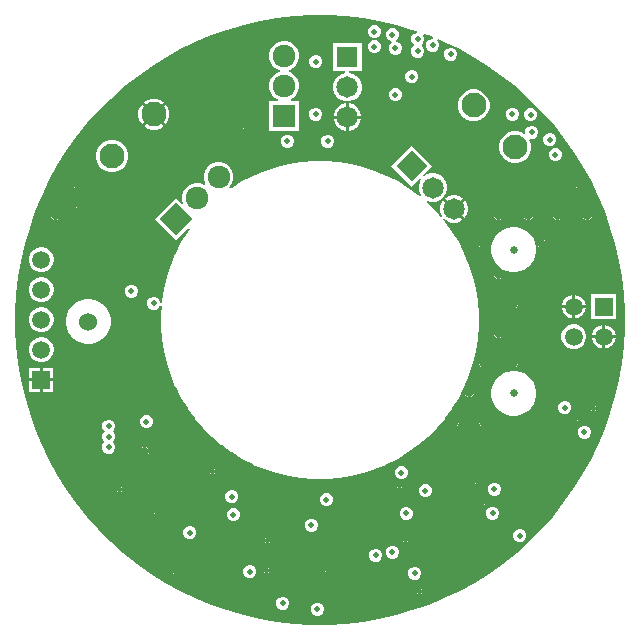
<source format=gbr>
%TF.GenerationSoftware,Altium Limited,Altium Designer,22.1.2 (22)*%
G04 Layer_Physical_Order=3*
G04 Layer_Color=16440176*
%FSLAX45Y45*%
%MOMM*%
%TF.SameCoordinates,A05C4332-DD78-49BD-A17D-671ED2E2A3CF*%
%TF.FilePolarity,Positive*%
%TF.FileFunction,Copper,L3,Inr,Signal*%
%TF.Part,Single*%
G01*
G75*
%TA.AperFunction,ComponentPad*%
%ADD33R,1.50000X1.50000*%
%ADD34C,1.50000*%
%ADD35C,1.92000*%
%ADD36P,2.71529X4X90.0*%
%ADD37C,0.65000*%
%ADD38R,1.50000X1.50000*%
%ADD39R,1.81500X1.81500*%
%ADD40C,1.81500*%
%ADD41R,1.92000X1.92000*%
%ADD42C,2.10000*%
%ADD43P,2.56680X4X360.0*%
%TA.AperFunction,ViaPad*%
%ADD44C,1.52400*%
%ADD45C,0.80000*%
%ADD46C,0.50000*%
G36*
X2829604Y5184193D02*
X2973444Y5167986D01*
X3116156Y5143738D01*
X3257281Y5111527D01*
X3396373Y5071455D01*
X3432540Y5058800D01*
X3430838Y5046656D01*
X3430587Y5046028D01*
X3410545Y5037727D01*
X3395073Y5022255D01*
X3386700Y5002040D01*
Y4980160D01*
X3395073Y4959945D01*
X3406727Y4948292D01*
X3409235Y4940300D01*
X3406727Y4932308D01*
X3395073Y4920655D01*
X3386700Y4900440D01*
Y4878560D01*
X3395073Y4858345D01*
X3410545Y4842873D01*
X3430760Y4834500D01*
X3452640D01*
X3472855Y4842873D01*
X3488327Y4858345D01*
X3496700Y4878560D01*
Y4900440D01*
X3488327Y4920655D01*
X3476673Y4932308D01*
X3474165Y4940300D01*
X3476673Y4948292D01*
X3488327Y4959945D01*
X3496700Y4980160D01*
Y5002040D01*
X3488327Y5022255D01*
X3482836Y5027746D01*
X3489766Y5038776D01*
X3533007Y5023645D01*
X3570778Y5008000D01*
X3568252Y4995300D01*
X3557760D01*
X3537545Y4986927D01*
X3522073Y4971455D01*
X3513700Y4951240D01*
Y4929360D01*
X3522073Y4909145D01*
X3537545Y4893673D01*
X3557760Y4885300D01*
X3579640D01*
X3599855Y4893673D01*
X3615327Y4909145D01*
X3623700Y4929360D01*
Y4951240D01*
X3615327Y4971455D01*
X3607907Y4978874D01*
X3615101Y4989641D01*
X3666742Y4968250D01*
X3797158Y4905445D01*
X3923849Y4835425D01*
X4046417Y4758411D01*
X4164471Y4674647D01*
X4277650Y4584391D01*
X4385577Y4487940D01*
X4487938Y4385580D01*
X4584393Y4277647D01*
X4674645Y4164474D01*
X4758410Y4046419D01*
X4835423Y3923854D01*
X4905445Y3797158D01*
X4968251Y3666741D01*
X5023645Y3533007D01*
X5071455Y3396374D01*
X5111527Y3257281D01*
X5143737Y3116157D01*
X5167986Y2973444D01*
X5184193Y2829605D01*
X5192309Y2685075D01*
Y2612700D01*
Y2540324D01*
X5184193Y2395795D01*
X5167986Y2251956D01*
X5143738Y2109243D01*
X5111527Y1968119D01*
X5071455Y1829027D01*
X5023645Y1692393D01*
X4968250Y1558657D01*
X4905445Y1428241D01*
X4835425Y1301550D01*
X4758411Y1178983D01*
X4674647Y1060929D01*
X4584391Y947750D01*
X4487940Y839822D01*
X4385580Y737461D01*
X4277647Y641007D01*
X4164474Y550754D01*
X4046419Y466990D01*
X3923854Y389977D01*
X3797158Y319955D01*
X3666741Y257149D01*
X3533007Y201754D01*
X3396374Y153945D01*
X3257281Y113872D01*
X3116157Y81662D01*
X2973444Y57414D01*
X2829605Y41207D01*
X2685075Y33091D01*
X2540324D01*
X2395795Y41207D01*
X2251956Y57414D01*
X2109243Y81662D01*
X1968119Y113872D01*
X1829027Y153944D01*
X1692393Y201754D01*
X1558657Y257150D01*
X1428241Y319955D01*
X1301550Y389974D01*
X1178983Y466988D01*
X1060929Y550752D01*
X947750Y641009D01*
X839822Y737459D01*
X737461Y839820D01*
X641007Y947753D01*
X550754Y1060925D01*
X466990Y1178980D01*
X389977Y1301545D01*
X319955Y1428241D01*
X257149Y1558659D01*
X201754Y1692393D01*
X153945Y1829025D01*
X113872Y1968119D01*
X81662Y2109242D01*
X57414Y2251956D01*
X41207Y2395795D01*
X33091Y2540324D01*
Y2612700D01*
Y2685075D01*
X41207Y2829605D01*
X57414Y2973444D01*
X81662Y3116156D01*
X113872Y3257281D01*
X153944Y3396373D01*
X201754Y3533007D01*
X257150Y3666742D01*
X319955Y3797158D01*
X389974Y3923849D01*
X466988Y4046417D01*
X550752Y4164471D01*
X641009Y4277650D01*
X737459Y4385577D01*
X839820Y4487938D01*
X947753Y4584393D01*
X1060925Y4674645D01*
X1178980Y4758410D01*
X1301545Y4835423D01*
X1428241Y4905445D01*
X1558659Y4968251D01*
X1692393Y5023645D01*
X1829025Y5071455D01*
X1968119Y5111527D01*
X2109242Y5143737D01*
X2251956Y5167986D01*
X2395795Y5184193D01*
X2540324Y5192309D01*
X2685075D01*
X2829604Y5184193D01*
D02*
G37*
%LPC*%
G36*
X3084340Y5109600D02*
X3062460D01*
X3042245Y5101227D01*
X3026773Y5085755D01*
X3018400Y5065540D01*
Y5043660D01*
X3026773Y5023445D01*
X3042245Y5007973D01*
X3062460Y4999600D01*
X3084340D01*
X3104555Y5007973D01*
X3120027Y5023445D01*
X3128400Y5043660D01*
Y5065540D01*
X3120027Y5085755D01*
X3104555Y5101227D01*
X3084340Y5109600D01*
D02*
G37*
G36*
Y4982600D02*
X3062460D01*
X3042245Y4974227D01*
X3026773Y4958755D01*
X3018400Y4938540D01*
Y4916660D01*
X3026773Y4896445D01*
X3042245Y4880973D01*
X3062460Y4872600D01*
X3084340D01*
X3104555Y4880973D01*
X3120027Y4896445D01*
X3128400Y4916660D01*
Y4938540D01*
X3120027Y4958755D01*
X3104555Y4974227D01*
X3084340Y4982600D01*
D02*
G37*
G36*
X3236740Y5084200D02*
X3214860D01*
X3194645Y5075827D01*
X3179173Y5060355D01*
X3170800Y5040140D01*
Y5018260D01*
X3179173Y4998045D01*
X3194645Y4982573D01*
X3214860Y4974200D01*
X3217455D01*
X3220018Y4961658D01*
X3220019Y4961500D01*
X3204573Y4946055D01*
X3196200Y4925840D01*
Y4903960D01*
X3204573Y4883745D01*
X3220045Y4868273D01*
X3240260Y4859900D01*
X3262140D01*
X3282355Y4868273D01*
X3297827Y4883745D01*
X3306200Y4903960D01*
Y4925840D01*
X3297827Y4946055D01*
X3282355Y4961527D01*
X3262140Y4969900D01*
X3259545D01*
X3256982Y4982442D01*
X3256981Y4982600D01*
X3272427Y4998045D01*
X3280800Y5018260D01*
Y5040140D01*
X3272427Y5060355D01*
X3256955Y5075827D01*
X3236740Y5084200D01*
D02*
G37*
G36*
X3732040Y4919100D02*
X3710160D01*
X3689945Y4910727D01*
X3674473Y4895255D01*
X3666100Y4875040D01*
Y4853160D01*
X3674473Y4832945D01*
X3689945Y4817473D01*
X3710160Y4809100D01*
X3732040D01*
X3752255Y4817473D01*
X3767727Y4832945D01*
X3776100Y4853160D01*
Y4875040D01*
X3767727Y4895255D01*
X3752255Y4910727D01*
X3732040Y4919100D01*
D02*
G37*
G36*
X2589040Y4855600D02*
X2567160D01*
X2546945Y4847227D01*
X2531473Y4831755D01*
X2523100Y4811540D01*
Y4789660D01*
X2531473Y4769445D01*
X2546945Y4753973D01*
X2567160Y4745600D01*
X2589040D01*
X2609255Y4753973D01*
X2624727Y4769445D01*
X2633100Y4789660D01*
Y4811540D01*
X2624727Y4831755D01*
X2609255Y4847227D01*
X2589040Y4855600D01*
D02*
G37*
G36*
X3401840Y4728600D02*
X3379960D01*
X3359745Y4720227D01*
X3344273Y4704755D01*
X3335900Y4684540D01*
Y4662660D01*
X3344273Y4642445D01*
X3359745Y4626973D01*
X3379960Y4618600D01*
X3401840D01*
X3422055Y4626973D01*
X3437527Y4642445D01*
X3445900Y4662660D01*
Y4684540D01*
X3437527Y4704755D01*
X3422055Y4720227D01*
X3401840Y4728600D01*
D02*
G37*
G36*
X3262140Y4576200D02*
X3240260D01*
X3220045Y4567827D01*
X3204573Y4552355D01*
X3196200Y4532140D01*
Y4510260D01*
X3204573Y4490045D01*
X3220045Y4474573D01*
X3240260Y4466200D01*
X3262140D01*
X3282355Y4474573D01*
X3297827Y4490045D01*
X3306200Y4510260D01*
Y4532140D01*
X3297827Y4552355D01*
X3282355Y4567827D01*
X3262140Y4576200D01*
D02*
G37*
G36*
X2965550Y4959450D02*
X2724050D01*
Y4717950D01*
X2828421D01*
X2828903Y4705450D01*
X2798193Y4697221D01*
X2770658Y4681324D01*
X2748176Y4658842D01*
X2732279Y4631308D01*
X2724050Y4600597D01*
Y4568803D01*
X2732279Y4538093D01*
X2748176Y4510558D01*
X2770658Y4488076D01*
X2798193Y4472179D01*
X2828903Y4463950D01*
X2860697D01*
X2891408Y4472179D01*
X2918942Y4488076D01*
X2941424Y4510558D01*
X2957321Y4538093D01*
X2965550Y4568803D01*
Y4600597D01*
X2957321Y4631308D01*
X2941424Y4658842D01*
X2918942Y4681324D01*
X2891408Y4697221D01*
X2860698Y4705450D01*
X2861179Y4717950D01*
X2965550D01*
Y4959450D01*
D02*
G37*
G36*
X1223668Y4486500D02*
X1189332D01*
X1156167Y4477614D01*
X1126433Y4460446D01*
X1123274Y4457287D01*
X1206500Y4374061D01*
X1289726Y4457287D01*
X1286567Y4460446D01*
X1256833Y4477614D01*
X1223668Y4486500D01*
D02*
G37*
G36*
X2860091Y4446850D02*
X2857500D01*
Y4343400D01*
X2960950D01*
Y4345991D01*
X2953034Y4375532D01*
X2937743Y4402018D01*
X2916118Y4423643D01*
X2889632Y4438934D01*
X2860091Y4446850D01*
D02*
G37*
G36*
X2832100D02*
X2829509D01*
X2799968Y4438934D01*
X2773482Y4423643D01*
X2751857Y4402018D01*
X2736566Y4375532D01*
X2728650Y4345991D01*
Y4343400D01*
X2832100D01*
Y4446850D01*
D02*
G37*
G36*
X4252740Y4411100D02*
X4230860D01*
X4210645Y4402727D01*
X4195173Y4387255D01*
X4186800Y4367040D01*
Y4345160D01*
X4195173Y4324945D01*
X4210645Y4309473D01*
X4230860Y4301100D01*
X4252740D01*
X4272955Y4309473D01*
X4288427Y4324945D01*
X4296800Y4345160D01*
Y4367040D01*
X4288427Y4387255D01*
X4272955Y4402727D01*
X4252740Y4411100D01*
D02*
G37*
G36*
X2589040D02*
X2567160D01*
X2546945Y4402727D01*
X2531473Y4387255D01*
X2523100Y4367040D01*
Y4345160D01*
X2531473Y4324945D01*
X2546945Y4309473D01*
X2567160Y4301100D01*
X2589040D01*
X2609255Y4309473D01*
X2624727Y4324945D01*
X2633100Y4345160D01*
Y4367040D01*
X2624727Y4387255D01*
X2609255Y4402727D01*
X2589040Y4411100D01*
D02*
G37*
G36*
X4406601Y4406894D02*
X4384721D01*
X4364506Y4398520D01*
X4349035Y4383049D01*
X4340661Y4362834D01*
Y4340954D01*
X4349035Y4320739D01*
X4364506Y4305267D01*
X4384721Y4296894D01*
X4406601D01*
X4426816Y4305267D01*
X4442288Y4320739D01*
X4450661Y4340954D01*
Y4362834D01*
X4442288Y4383049D01*
X4426816Y4398520D01*
X4406601Y4406894D01*
D02*
G37*
G36*
X3931420Y4565253D02*
X3895874D01*
X3861539Y4556053D01*
X3830755Y4538280D01*
X3805620Y4513145D01*
X3787847Y4482361D01*
X3778647Y4448026D01*
Y4412480D01*
X3787847Y4378145D01*
X3805620Y4347361D01*
X3830755Y4322226D01*
X3861539Y4304453D01*
X3895874Y4295254D01*
X3931420D01*
X3965755Y4304453D01*
X3996539Y4322226D01*
X4021674Y4347361D01*
X4039447Y4378145D01*
X4048646Y4412480D01*
Y4448026D01*
X4039447Y4482361D01*
X4021674Y4513145D01*
X3996539Y4538280D01*
X3965755Y4556053D01*
X3931420Y4565253D01*
D02*
G37*
G36*
X1105313Y4439326D02*
X1102154Y4436167D01*
X1084986Y4406433D01*
X1076100Y4373268D01*
Y4338932D01*
X1084986Y4305767D01*
X1102154Y4276033D01*
X1105313Y4272874D01*
X1188539Y4356100D01*
X1105313Y4439326D01*
D02*
G37*
G36*
X1307687D02*
X1224461Y4356100D01*
X1307687Y4272874D01*
X1310846Y4276033D01*
X1328014Y4305767D01*
X1336900Y4338932D01*
Y4373268D01*
X1328014Y4406433D01*
X1310846Y4436167D01*
X1307687Y4439326D01*
D02*
G37*
G36*
X2012700Y4288035D02*
Y4262700D01*
X2038035D01*
X2033910Y4272658D01*
X2022658Y4283910D01*
X2012700Y4288035D01*
D02*
G37*
G36*
X1987300D02*
X1977342Y4283910D01*
X1966090Y4272658D01*
X1961965Y4262700D01*
X1987300D01*
Y4288035D01*
D02*
G37*
G36*
X1206500Y4338139D02*
X1123274Y4254913D01*
X1126433Y4251754D01*
X1156167Y4234586D01*
X1189332Y4225700D01*
X1223668D01*
X1256833Y4234586D01*
X1286567Y4251754D01*
X1289726Y4254913D01*
X1206500Y4338139D01*
D02*
G37*
G36*
X2327988Y4977400D02*
X2294812D01*
X2262766Y4968814D01*
X2234034Y4952226D01*
X2210575Y4928766D01*
X2193986Y4900034D01*
X2185400Y4867988D01*
Y4834812D01*
X2193986Y4802766D01*
X2210575Y4774034D01*
X2234034Y4750575D01*
X2262766Y4733987D01*
X2274009Y4730974D01*
Y4717826D01*
X2262766Y4714814D01*
X2234034Y4698225D01*
X2210575Y4674766D01*
X2193986Y4646034D01*
X2185400Y4613988D01*
Y4580812D01*
X2193986Y4548766D01*
X2210575Y4520034D01*
X2234034Y4496575D01*
X2259105Y4482100D01*
X2255702Y4469400D01*
X2185400D01*
Y4217400D01*
X2437400D01*
Y4469400D01*
X2367098D01*
X2363695Y4482100D01*
X2388766Y4496575D01*
X2412225Y4520034D01*
X2428814Y4548766D01*
X2437400Y4580812D01*
Y4613988D01*
X2428814Y4646034D01*
X2412225Y4674766D01*
X2388766Y4698225D01*
X2360034Y4714814D01*
X2348791Y4717826D01*
Y4730974D01*
X2360034Y4733987D01*
X2388766Y4750575D01*
X2412225Y4774034D01*
X2428814Y4802766D01*
X2437400Y4834812D01*
Y4867988D01*
X2428814Y4900034D01*
X2412225Y4928766D01*
X2388766Y4952226D01*
X2360034Y4968814D01*
X2327988Y4977400D01*
D02*
G37*
G36*
X2960950Y4318000D02*
X2857500D01*
Y4214550D01*
X2860091D01*
X2889632Y4222466D01*
X2916118Y4237757D01*
X2937743Y4259382D01*
X2953034Y4285868D01*
X2960950Y4315409D01*
Y4318000D01*
D02*
G37*
G36*
X2832100D02*
X2728650D01*
Y4315409D01*
X2736566Y4285868D01*
X2751857Y4259382D01*
X2773482Y4237757D01*
X2799968Y4222466D01*
X2829509Y4214550D01*
X2832100D01*
Y4318000D01*
D02*
G37*
G36*
X2038035Y4237300D02*
X2012700D01*
Y4211965D01*
X2022658Y4216090D01*
X2033910Y4227342D01*
X2038035Y4237300D01*
D02*
G37*
G36*
X1987300D02*
X1961965D01*
X1966090Y4227342D01*
X1977342Y4216090D01*
X1987300Y4211965D01*
Y4237300D01*
D02*
G37*
G36*
X4417840Y4258700D02*
X4395960D01*
X4375745Y4250327D01*
X4360273Y4234855D01*
X4351900Y4214640D01*
Y4198348D01*
X4340150Y4190467D01*
X4319308Y4202500D01*
X4284973Y4211700D01*
X4249427D01*
X4215092Y4202500D01*
X4184308Y4184727D01*
X4159173Y4159592D01*
X4141400Y4128808D01*
X4132200Y4094473D01*
Y4058927D01*
X4141400Y4024592D01*
X4159173Y3993808D01*
X4184308Y3968673D01*
X4215092Y3950900D01*
X4249427Y3941700D01*
X4284973D01*
X4319308Y3950900D01*
X4350092Y3968673D01*
X4375227Y3993808D01*
X4393000Y4024592D01*
X4402200Y4058927D01*
Y4094473D01*
X4393000Y4128808D01*
X4386853Y4139456D01*
X4395226Y4149004D01*
X4395960Y4148700D01*
X4417840D01*
X4438055Y4157073D01*
X4453527Y4172545D01*
X4461900Y4192760D01*
Y4214640D01*
X4453527Y4234855D01*
X4438055Y4250327D01*
X4417840Y4258700D01*
D02*
G37*
G36*
X4570240Y4195200D02*
X4548360D01*
X4528145Y4186827D01*
X4512673Y4171355D01*
X4504300Y4151140D01*
Y4129260D01*
X4512673Y4109045D01*
X4528145Y4093573D01*
X4548360Y4085200D01*
X4570240D01*
X4590455Y4093573D01*
X4605927Y4109045D01*
X4614300Y4129260D01*
Y4151140D01*
X4605927Y4171355D01*
X4590455Y4186827D01*
X4570240Y4195200D01*
D02*
G37*
G36*
X2690640Y4182500D02*
X2668760D01*
X2648545Y4174127D01*
X2633073Y4158655D01*
X2624700Y4138440D01*
Y4116560D01*
X2633073Y4096345D01*
X2648545Y4080873D01*
X2668760Y4072500D01*
X2690640D01*
X2710855Y4080873D01*
X2726327Y4096345D01*
X2734700Y4116560D01*
Y4138440D01*
X2726327Y4158655D01*
X2710855Y4174127D01*
X2690640Y4182500D01*
D02*
G37*
G36*
X2347740D02*
X2325860D01*
X2305645Y4174127D01*
X2290173Y4158655D01*
X2281800Y4138440D01*
Y4116560D01*
X2290173Y4096345D01*
X2305645Y4080873D01*
X2325860Y4072500D01*
X2347740D01*
X2367955Y4080873D01*
X2383427Y4096345D01*
X2391800Y4116560D01*
Y4138440D01*
X2383427Y4158655D01*
X2367955Y4174127D01*
X2347740Y4182500D01*
D02*
G37*
G36*
X4617439Y4068200D02*
X4595559D01*
X4575344Y4059827D01*
X4559873Y4044355D01*
X4551499Y4024140D01*
Y4002260D01*
X4559873Y3982045D01*
X4575344Y3966573D01*
X4595559Y3958200D01*
X4617439D01*
X4637654Y3966573D01*
X4653126Y3982045D01*
X4661499Y4002260D01*
Y4024140D01*
X4653126Y4044355D01*
X4637654Y4059827D01*
X4617439Y4068200D01*
D02*
G37*
G36*
X870720Y4137546D02*
X835174D01*
X800839Y4128347D01*
X770055Y4110574D01*
X744920Y4085439D01*
X727147Y4054655D01*
X717947Y4020320D01*
Y3984774D01*
X727147Y3950439D01*
X744920Y3919655D01*
X770055Y3894520D01*
X800839Y3876747D01*
X835174Y3867547D01*
X870720D01*
X905055Y3876747D01*
X935839Y3894520D01*
X960974Y3919655D01*
X978747Y3950439D01*
X987946Y3984774D01*
Y4020320D01*
X978747Y4054655D01*
X960974Y4085439D01*
X935839Y4110574D01*
X905055Y4128347D01*
X870720Y4137546D01*
D02*
G37*
G36*
X4762700Y3788035D02*
Y3762700D01*
X4788035D01*
X4783910Y3772658D01*
X4772658Y3783910D01*
X4762700Y3788035D01*
D02*
G37*
G36*
X4737300D02*
X4727342Y3783910D01*
X4716090Y3772658D01*
X4711965Y3762700D01*
X4737300D01*
Y3788035D01*
D02*
G37*
G36*
X512700D02*
Y3762700D01*
X538035D01*
X533910Y3772658D01*
X522658Y3783910D01*
X512700Y3788035D01*
D02*
G37*
G36*
X487300D02*
X477342Y3783910D01*
X466090Y3772658D01*
X461965Y3762700D01*
X487300D01*
Y3788035D01*
D02*
G37*
G36*
X4788035Y3737300D02*
X4762700D01*
Y3711965D01*
X4772658Y3716090D01*
X4783910Y3727342D01*
X4788035Y3737300D01*
D02*
G37*
G36*
X4737300D02*
X4711965D01*
X4716090Y3727342D01*
X4727342Y3716090D01*
X4737300Y3711965D01*
Y3737300D01*
D02*
G37*
G36*
X538035D02*
X512700D01*
Y3711965D01*
X522658Y3716090D01*
X533910Y3727342D01*
X538035Y3737300D01*
D02*
G37*
G36*
X487300D02*
X461965D01*
X466090Y3727342D01*
X477342Y3716090D01*
X487300Y3711965D01*
Y3737300D01*
D02*
G37*
G36*
X3389095Y4084171D02*
X3218329Y3913405D01*
X3389095Y3742639D01*
X3462896Y3816440D01*
X3472076Y3807942D01*
X3456179Y3780408D01*
X3447950Y3749697D01*
Y3717903D01*
X3456179Y3687192D01*
X3466296Y3669669D01*
X3456389Y3661429D01*
X3446876Y3669554D01*
X3446168Y3669950D01*
X3445618Y3670545D01*
X3361384Y3731744D01*
X3360648Y3732083D01*
X3360053Y3732634D01*
X3271277Y3787036D01*
X3270517Y3787316D01*
X3269880Y3787818D01*
X3177110Y3835087D01*
X3176329Y3835307D01*
X3175656Y3835757D01*
X3079462Y3875602D01*
X3078667Y3875760D01*
X3077960Y3876156D01*
X2978937Y3908331D01*
X2978132Y3908426D01*
X2977396Y3908765D01*
X2876154Y3933071D01*
X2875344Y3933103D01*
X2874584Y3933384D01*
X2771747Y3949672D01*
X2770937Y3949640D01*
X2770157Y3949860D01*
X2666359Y3958029D01*
X2665554Y3957934D01*
X2664759Y3958092D01*
X2560640D01*
X2559846Y3957934D01*
X2559040Y3958029D01*
X2455242Y3949860D01*
X2454462Y3949640D01*
X2453652Y3949672D01*
X2350816Y3933384D01*
X2350055Y3933103D01*
X2349245Y3933071D01*
X2248003Y3908765D01*
X2247267Y3908426D01*
X2246462Y3908331D01*
X2147439Y3876156D01*
X2146732Y3875760D01*
X2145937Y3875602D01*
X2049744Y3835757D01*
X2049070Y3835307D01*
X2048290Y3835087D01*
X1955519Y3787818D01*
X1954882Y3787316D01*
X1954122Y3787036D01*
X1865347Y3732634D01*
X1864751Y3732083D01*
X1864015Y3731744D01*
X1846738Y3719192D01*
X1845356Y3719305D01*
X1842848Y3722778D01*
X1840533Y3732442D01*
X1855230Y3747139D01*
X1871819Y3775871D01*
X1880405Y3807917D01*
Y3841093D01*
X1871819Y3873140D01*
X1855230Y3901871D01*
X1831771Y3925330D01*
X1803040Y3941919D01*
X1770993Y3950505D01*
X1737817D01*
X1705771Y3941919D01*
X1677039Y3925330D01*
X1653580Y3901871D01*
X1636992Y3873140D01*
X1628405Y3841093D01*
Y3807917D01*
X1636992Y3775871D01*
X1642812Y3765791D01*
X1633514Y3756494D01*
X1623434Y3762314D01*
X1591388Y3770900D01*
X1558212D01*
X1526166Y3762314D01*
X1497434Y3745725D01*
X1473975Y3722266D01*
X1457386Y3693534D01*
X1448800Y3661488D01*
Y3628312D01*
X1456292Y3600349D01*
X1444906Y3593775D01*
X1395195Y3643486D01*
X1217004Y3465295D01*
X1395195Y3287104D01*
X1500493Y3392402D01*
X1510180Y3384128D01*
X1493655Y3361384D01*
X1493316Y3360648D01*
X1492766Y3360053D01*
X1438364Y3271277D01*
X1438083Y3270517D01*
X1437581Y3269880D01*
X1390312Y3177110D01*
X1390092Y3176329D01*
X1389642Y3175656D01*
X1349797Y3079462D01*
X1349639Y3078667D01*
X1349243Y3077960D01*
X1317069Y2978937D01*
X1316973Y2978132D01*
X1316634Y2977396D01*
X1292328Y2876154D01*
X1292296Y2875344D01*
X1292016Y2874584D01*
X1275728Y2771747D01*
X1275760Y2770937D01*
X1275540Y2770157D01*
X1275142Y2765106D01*
X1272239Y2753207D01*
X1261500Y2753629D01*
X1261500Y2754939D01*
Y2766840D01*
X1253127Y2787055D01*
X1237655Y2802527D01*
X1217440Y2810900D01*
X1195560D01*
X1175345Y2802527D01*
X1159873Y2787055D01*
X1151500Y2766840D01*
Y2744960D01*
X1159873Y2724745D01*
X1175345Y2709273D01*
X1195560Y2700900D01*
X1217440D01*
X1237655Y2709273D01*
X1253127Y2724745D01*
X1260021Y2741390D01*
X1260658Y2742926D01*
X1270490Y2740565D01*
X1272294Y2728910D01*
X1267371Y2666359D01*
X1267466Y2665554D01*
X1267308Y2664759D01*
Y2612700D01*
X1267308Y2560640D01*
X1267466Y2559846D01*
X1267371Y2559040D01*
X1275540Y2455242D01*
X1275760Y2454462D01*
X1275728Y2453652D01*
X1292016Y2350816D01*
X1292296Y2350055D01*
X1292328Y2349245D01*
X1316634Y2248003D01*
X1316973Y2247267D01*
X1317069Y2246462D01*
X1349243Y2147439D01*
X1349639Y2146732D01*
X1349797Y2145937D01*
X1389642Y2049744D01*
X1390092Y2049070D01*
X1390312Y2048290D01*
X1437581Y1955519D01*
X1438083Y1954882D01*
X1438364Y1954122D01*
X1492766Y1865347D01*
X1493316Y1864751D01*
X1493655Y1864015D01*
X1554855Y1779781D01*
X1555450Y1779231D01*
X1555846Y1778524D01*
X1623466Y1699351D01*
X1624102Y1698850D01*
X1624553Y1698176D01*
X1698176Y1624553D01*
X1698850Y1624102D01*
X1699351Y1623466D01*
X1778524Y1555846D01*
X1779231Y1555450D01*
X1779781Y1554854D01*
X1864015Y1493655D01*
X1864751Y1493316D01*
X1865347Y1492766D01*
X1954122Y1438364D01*
X1954882Y1438083D01*
X1955519Y1437581D01*
X2048290Y1390312D01*
X2049070Y1390092D01*
X2049744Y1389642D01*
X2145937Y1349797D01*
X2146732Y1349639D01*
X2147439Y1349243D01*
X2246462Y1317069D01*
X2247267Y1316973D01*
X2248003Y1316634D01*
X2349245Y1292328D01*
X2350055Y1292296D01*
X2350816Y1292016D01*
X2453652Y1275728D01*
X2454463Y1275760D01*
X2455242Y1275540D01*
X2559040Y1267371D01*
X2559846Y1267466D01*
X2560640Y1267308D01*
X2612700D01*
X2664759Y1267308D01*
X2665554Y1267466D01*
X2666359Y1267371D01*
X2770157Y1275540D01*
X2770937Y1275760D01*
X2771747Y1275728D01*
X2874584Y1292016D01*
X2875344Y1292296D01*
X2876154Y1292328D01*
X2977396Y1316634D01*
X2978132Y1316973D01*
X2978937Y1317069D01*
X3077960Y1349243D01*
X3078667Y1349639D01*
X3079462Y1349797D01*
X3175656Y1389642D01*
X3176329Y1390092D01*
X3177110Y1390312D01*
X3269880Y1437581D01*
X3270517Y1438083D01*
X3271277Y1438364D01*
X3360053Y1492766D01*
X3360648Y1493316D01*
X3361384Y1493655D01*
X3445618Y1554855D01*
X3446168Y1555450D01*
X3446876Y1555846D01*
X3526048Y1623466D01*
X3526550Y1624102D01*
X3527224Y1624553D01*
X3600847Y1698176D01*
X3601297Y1698850D01*
X3601934Y1699351D01*
X3669554Y1778524D01*
X3669950Y1779231D01*
X3670545Y1779781D01*
X3731744Y1864015D01*
X3732083Y1864751D01*
X3732634Y1865347D01*
X3787036Y1954122D01*
X3787316Y1954882D01*
X3787818Y1955519D01*
X3835087Y2048290D01*
X3835307Y2049070D01*
X3835757Y2049744D01*
X3875602Y2145937D01*
X3875760Y2146732D01*
X3876156Y2147439D01*
X3908331Y2246462D01*
X3908426Y2247267D01*
X3908765Y2248003D01*
X3933071Y2349245D01*
X3933103Y2350055D01*
X3933384Y2350816D01*
X3949672Y2453652D01*
X3949640Y2454463D01*
X3949860Y2455242D01*
X3958029Y2559040D01*
X3957934Y2559846D01*
X3958092Y2560640D01*
Y2664759D01*
X3957934Y2665554D01*
X3958029Y2666359D01*
X3949860Y2770157D01*
X3949640Y2770937D01*
X3949672Y2771747D01*
X3933384Y2874584D01*
X3933103Y2875344D01*
X3933071Y2876154D01*
X3908765Y2977396D01*
X3908426Y2978132D01*
X3908331Y2978937D01*
X3876156Y3077960D01*
X3875760Y3078667D01*
X3875602Y3079462D01*
X3835757Y3175656D01*
X3835307Y3176329D01*
X3835087Y3177110D01*
X3787818Y3269880D01*
X3787316Y3270517D01*
X3787036Y3271277D01*
X3732634Y3360053D01*
X3732083Y3360648D01*
X3731744Y3361384D01*
X3670545Y3445618D01*
X3669950Y3446168D01*
X3669553Y3446876D01*
X3650982Y3468620D01*
X3652606Y3478421D01*
X3654190Y3479885D01*
X3663289Y3474950D01*
X3676988Y3461252D01*
X3703473Y3445960D01*
X3733014Y3438045D01*
X3763597D01*
X3793137Y3445960D01*
X3819623Y3461252D01*
X3821456Y3463084D01*
X3739325Y3545215D01*
X3657195Y3627345D01*
X3655363Y3625513D01*
X3640071Y3599027D01*
X3632156Y3569486D01*
Y3538903D01*
X3640071Y3509363D01*
X3649262Y3493444D01*
X3647955Y3489299D01*
X3641730Y3481089D01*
X3640273Y3481158D01*
X3601934Y3526048D01*
X3601297Y3526550D01*
X3600847Y3527224D01*
X3527224Y3600847D01*
X3526550Y3601297D01*
X3526048Y3601934D01*
X3516373Y3610198D01*
X3522093Y3621279D01*
X3552803Y3613050D01*
X3584597D01*
X3615308Y3621279D01*
X3642842Y3637176D01*
X3665324Y3659658D01*
X3681221Y3687192D01*
X3689450Y3717903D01*
Y3749697D01*
X3681221Y3780408D01*
X3665324Y3807942D01*
X3642842Y3830424D01*
X3615308Y3846321D01*
X3584597Y3854550D01*
X3552803D01*
X3522092Y3846321D01*
X3494558Y3830424D01*
X3486060Y3839604D01*
X3559861Y3913405D01*
X3389095Y4084171D01*
D02*
G37*
G36*
X546100Y3603199D02*
Y3594100D01*
X555199D01*
X554594Y3595561D01*
X547561Y3602594D01*
X546100Y3603199D01*
D02*
G37*
G36*
X520700D02*
X519239Y3602594D01*
X512206Y3595561D01*
X511601Y3594100D01*
X520700D01*
Y3603199D01*
D02*
G37*
G36*
X3763597Y3670345D02*
X3733014D01*
X3703473Y3662429D01*
X3676988Y3647138D01*
X3675155Y3645305D01*
X3748305Y3572155D01*
X3821456Y3645305D01*
X3819623Y3647138D01*
X3793137Y3662429D01*
X3763597Y3670345D01*
D02*
G37*
G36*
X555199Y3568700D02*
X546100D01*
Y3559601D01*
X547561Y3560206D01*
X554594Y3567239D01*
X555199Y3568700D01*
D02*
G37*
G36*
X520700D02*
X511601D01*
X512206Y3567239D01*
X519239Y3560206D01*
X520700Y3559601D01*
Y3568700D01*
D02*
G37*
G36*
X4887700Y3538035D02*
Y3512700D01*
X4913035D01*
X4908910Y3522658D01*
X4897658Y3533910D01*
X4887700Y3538035D01*
D02*
G37*
G36*
X4862300D02*
X4852342Y3533910D01*
X4841090Y3522658D01*
X4836965Y3512700D01*
X4862300D01*
Y3538035D01*
D02*
G37*
G36*
X4637700D02*
Y3512700D01*
X4663035D01*
X4658910Y3522658D01*
X4647658Y3533910D01*
X4637700Y3538035D01*
D02*
G37*
G36*
X4612300D02*
X4602342Y3533910D01*
X4591090Y3522658D01*
X4586965Y3512700D01*
X4612300D01*
Y3538035D01*
D02*
G37*
G36*
X4387700D02*
Y3512700D01*
X4413035D01*
X4408910Y3522658D01*
X4397658Y3533910D01*
X4387700Y3538035D01*
D02*
G37*
G36*
X4362300D02*
X4352342Y3533910D01*
X4341090Y3522658D01*
X4336965Y3512700D01*
X4362300D01*
Y3538035D01*
D02*
G37*
G36*
X4137700D02*
Y3512700D01*
X4163035D01*
X4158910Y3522658D01*
X4147658Y3533910D01*
X4137700Y3538035D01*
D02*
G37*
G36*
X4112300D02*
X4102342Y3533910D01*
X4091090Y3522658D01*
X4086965Y3512700D01*
X4112300D01*
Y3538035D01*
D02*
G37*
G36*
X387700D02*
Y3512700D01*
X413035D01*
X408910Y3522658D01*
X397658Y3533910D01*
X387700Y3538035D01*
D02*
G37*
G36*
X362300D02*
X352342Y3533910D01*
X341090Y3522658D01*
X336965Y3512700D01*
X362300D01*
Y3538035D01*
D02*
G37*
G36*
X3839416Y3627345D02*
X3766266Y3554195D01*
X3839416Y3481045D01*
X3841248Y3482877D01*
X3856540Y3509363D01*
X3864455Y3538903D01*
Y3569486D01*
X3856540Y3599027D01*
X3841248Y3625513D01*
X3839416Y3627345D01*
D02*
G37*
G36*
X4913035Y3487300D02*
X4887700D01*
Y3461965D01*
X4897658Y3466090D01*
X4908910Y3477342D01*
X4913035Y3487300D01*
D02*
G37*
G36*
X4862300D02*
X4836965D01*
X4841090Y3477342D01*
X4852342Y3466090D01*
X4862300Y3461965D01*
Y3487300D01*
D02*
G37*
G36*
X4663035D02*
X4637700D01*
Y3461965D01*
X4647658Y3466090D01*
X4658910Y3477342D01*
X4663035Y3487300D01*
D02*
G37*
G36*
X4612300D02*
X4586965D01*
X4591090Y3477342D01*
X4602342Y3466090D01*
X4612300Y3461965D01*
Y3487300D01*
D02*
G37*
G36*
X4413035D02*
X4387700D01*
Y3461965D01*
X4397658Y3466090D01*
X4408910Y3477342D01*
X4413035Y3487300D01*
D02*
G37*
G36*
X4362300D02*
X4336965D01*
X4341090Y3477342D01*
X4352342Y3466090D01*
X4362300Y3461965D01*
Y3487300D01*
D02*
G37*
G36*
X4163035D02*
X4137700D01*
Y3461965D01*
X4147658Y3466090D01*
X4158910Y3477342D01*
X4163035Y3487300D01*
D02*
G37*
G36*
X4112300D02*
X4086965D01*
X4091090Y3477342D01*
X4102342Y3466090D01*
X4112300Y3461965D01*
Y3487300D01*
D02*
G37*
G36*
X413035D02*
X387700D01*
Y3461965D01*
X397658Y3466090D01*
X408910Y3477342D01*
X413035Y3487300D01*
D02*
G37*
G36*
X362300D02*
X336965D01*
X341090Y3477342D01*
X352342Y3466090D01*
X362300Y3461965D01*
Y3487300D01*
D02*
G37*
G36*
X4512700Y3288035D02*
Y3262700D01*
X4538035D01*
X4533910Y3272658D01*
X4522658Y3283910D01*
X4512700Y3288035D01*
D02*
G37*
G36*
X4487300D02*
X4477342Y3283910D01*
X4466090Y3272658D01*
X4461965Y3262700D01*
X4487300D01*
Y3288035D01*
D02*
G37*
G36*
X4012700D02*
Y3262700D01*
X4038035D01*
X4033910Y3272658D01*
X4022658Y3283910D01*
X4012700Y3288035D01*
D02*
G37*
G36*
X3987300D02*
X3977342Y3283910D01*
X3966090Y3272658D01*
X3961965Y3262700D01*
X3987300D01*
Y3288035D01*
D02*
G37*
G36*
X4538035Y3237300D02*
X4512700D01*
Y3211965D01*
X4522658Y3216090D01*
X4533910Y3227342D01*
X4538035Y3237300D01*
D02*
G37*
G36*
X4487300D02*
X4461965D01*
X4466090Y3227342D01*
X4477342Y3216090D01*
X4487300Y3211965D01*
Y3237300D01*
D02*
G37*
G36*
X4038035D02*
X4012700D01*
Y3211965D01*
X4022658Y3216090D01*
X4033910Y3227342D01*
X4038035Y3237300D01*
D02*
G37*
G36*
X3987300D02*
X3961965D01*
X3966090Y3227342D01*
X3977342Y3216090D01*
X3987300Y3211965D01*
Y3237300D01*
D02*
G37*
G36*
X267823Y3229200D02*
X240177D01*
X213472Y3222044D01*
X189529Y3208221D01*
X169979Y3188671D01*
X156156Y3164728D01*
X149000Y3138023D01*
Y3110377D01*
X156156Y3083672D01*
X169979Y3059729D01*
X189529Y3040179D01*
X213472Y3026356D01*
X240177Y3019200D01*
X267823D01*
X294528Y3026356D01*
X318471Y3040179D01*
X338021Y3059729D01*
X351844Y3083672D01*
X359000Y3110377D01*
Y3138023D01*
X351844Y3164728D01*
X338021Y3188671D01*
X318471Y3208221D01*
X294528Y3222044D01*
X267823Y3229200D01*
D02*
G37*
G36*
X4273513Y3398541D02*
X4236087D01*
X4199379Y3391240D01*
X4164801Y3376917D01*
X4133682Y3356124D01*
X4107218Y3329659D01*
X4086424Y3298540D01*
X4072102Y3263962D01*
X4064800Y3227255D01*
Y3189828D01*
X4072102Y3153121D01*
X4086424Y3118543D01*
X4107218Y3087424D01*
X4133682Y3060959D01*
X4164801Y3040166D01*
X4199379Y3025843D01*
X4236087Y3018542D01*
X4273513D01*
X4310221Y3025843D01*
X4344799Y3040166D01*
X4375918Y3060959D01*
X4402382Y3087424D01*
X4423176Y3118543D01*
X4437498Y3153121D01*
X4444800Y3189828D01*
Y3227255D01*
X4437498Y3263962D01*
X4423176Y3298540D01*
X4402382Y3329659D01*
X4375918Y3356124D01*
X4344799Y3376917D01*
X4310221Y3391240D01*
X4273513Y3398541D01*
D02*
G37*
G36*
X4137700Y3038035D02*
Y3012700D01*
X4163035D01*
X4158910Y3022658D01*
X4147658Y3033910D01*
X4137700Y3038035D01*
D02*
G37*
G36*
X4112300D02*
X4102342Y3033910D01*
X4091090Y3022658D01*
X4086965Y3012700D01*
X4112300D01*
Y3038035D01*
D02*
G37*
G36*
X4163035Y2987300D02*
X4137700D01*
Y2961965D01*
X4147658Y2966090D01*
X4158910Y2977342D01*
X4163035Y2987300D01*
D02*
G37*
G36*
X4112300D02*
X4086965D01*
X4091090Y2977342D01*
X4102342Y2966090D01*
X4112300Y2961965D01*
Y2987300D01*
D02*
G37*
G36*
X1026940Y2912500D02*
X1005060D01*
X984845Y2904127D01*
X969373Y2888655D01*
X961000Y2868440D01*
Y2846560D01*
X969373Y2826345D01*
X984845Y2810873D01*
X1005060Y2802500D01*
X1026940D01*
X1047155Y2810873D01*
X1062627Y2826345D01*
X1071000Y2846560D01*
Y2868440D01*
X1062627Y2888655D01*
X1047155Y2904127D01*
X1026940Y2912500D01*
D02*
G37*
G36*
X267823Y2975200D02*
X240177D01*
X213472Y2968044D01*
X189529Y2954221D01*
X169979Y2934671D01*
X156156Y2910728D01*
X149000Y2884023D01*
Y2856377D01*
X156156Y2829672D01*
X169979Y2805729D01*
X189529Y2786179D01*
X213472Y2772356D01*
X240177Y2765200D01*
X267823D01*
X294528Y2772356D01*
X318471Y2786179D01*
X338021Y2805729D01*
X351844Y2829672D01*
X359000Y2856377D01*
Y2884023D01*
X351844Y2910728D01*
X338021Y2934671D01*
X318471Y2954221D01*
X294528Y2968044D01*
X267823Y2975200D01*
D02*
G37*
G36*
X4262700Y2788035D02*
Y2762700D01*
X4288035D01*
X4283910Y2772658D01*
X4272658Y2783910D01*
X4262700Y2788035D01*
D02*
G37*
G36*
X4237300D02*
X4227342Y2783910D01*
X4216090Y2772658D01*
X4211965Y2762700D01*
X4237300D01*
Y2788035D01*
D02*
G37*
G36*
X4776018Y2827400D02*
X4775500D01*
Y2739700D01*
X4863200D01*
Y2740218D01*
X4856358Y2765753D01*
X4843140Y2788647D01*
X4824447Y2807340D01*
X4801553Y2820558D01*
X4776018Y2827400D01*
D02*
G37*
G36*
X4750100D02*
X4749582D01*
X4724047Y2820558D01*
X4701153Y2807340D01*
X4682460Y2788647D01*
X4669242Y2765753D01*
X4662400Y2740218D01*
Y2739700D01*
X4750100D01*
Y2827400D01*
D02*
G37*
G36*
X4288035Y2737300D02*
X4262700D01*
Y2711965D01*
X4272658Y2716090D01*
X4283910Y2727342D01*
X4288035Y2737300D01*
D02*
G37*
G36*
X4237300D02*
X4211965D01*
X4216090Y2727342D01*
X4227342Y2716090D01*
X4237300Y2711965D01*
Y2737300D01*
D02*
G37*
G36*
X4863200Y2714300D02*
X4775500D01*
Y2626600D01*
X4776018D01*
X4801553Y2633442D01*
X4824447Y2646660D01*
X4843140Y2665353D01*
X4856358Y2688247D01*
X4863200Y2713782D01*
Y2714300D01*
D02*
G37*
G36*
X4750100D02*
X4662400D01*
Y2713782D01*
X4669242Y2688247D01*
X4682460Y2665353D01*
X4701153Y2646660D01*
X4724047Y2633442D01*
X4749582Y2626600D01*
X4750100D01*
Y2714300D01*
D02*
G37*
G36*
X5121800Y2832000D02*
X4911800D01*
Y2622000D01*
X5121800D01*
Y2832000D01*
D02*
G37*
G36*
X4137700Y2538035D02*
Y2512700D01*
X4163035D01*
X4158910Y2522658D01*
X4147658Y2533910D01*
X4137700Y2538035D01*
D02*
G37*
G36*
X4112300D02*
X4102342Y2533910D01*
X4091090Y2522658D01*
X4086965Y2512700D01*
X4112300D01*
Y2538035D01*
D02*
G37*
G36*
X267823Y2721200D02*
X240177D01*
X213472Y2714044D01*
X189529Y2700221D01*
X169979Y2680671D01*
X156156Y2656728D01*
X149000Y2630023D01*
Y2602377D01*
X156156Y2575672D01*
X169979Y2551729D01*
X189529Y2532179D01*
X213472Y2518356D01*
X240177Y2511200D01*
X267823D01*
X294528Y2518356D01*
X318471Y2532179D01*
X338021Y2551729D01*
X351844Y2575672D01*
X359000Y2602377D01*
Y2630023D01*
X351844Y2656728D01*
X338021Y2680671D01*
X318471Y2700221D01*
X294528Y2714044D01*
X267823Y2721200D01*
D02*
G37*
G36*
X5030018Y2573400D02*
X5029500D01*
Y2485700D01*
X5117200D01*
Y2486218D01*
X5110358Y2511753D01*
X5097140Y2534647D01*
X5078447Y2553340D01*
X5055553Y2566558D01*
X5030018Y2573400D01*
D02*
G37*
G36*
X5004100D02*
X5003582D01*
X4978047Y2566558D01*
X4955153Y2553340D01*
X4936460Y2534647D01*
X4923242Y2511753D01*
X4916400Y2486218D01*
Y2485700D01*
X5004100D01*
Y2573400D01*
D02*
G37*
G36*
X4163035Y2487300D02*
X4137700D01*
Y2461965D01*
X4147658Y2466090D01*
X4158910Y2477342D01*
X4163035Y2487300D01*
D02*
G37*
G36*
X4112300D02*
X4086965D01*
X4091090Y2477342D01*
X4102342Y2466090D01*
X4112300Y2461965D01*
Y2487300D01*
D02*
G37*
G36*
X668713Y2790000D02*
X631287D01*
X594579Y2782698D01*
X560001Y2768375D01*
X528882Y2747582D01*
X502418Y2721118D01*
X481624Y2689998D01*
X467302Y2655421D01*
X460000Y2618713D01*
Y2581286D01*
X467302Y2544579D01*
X481624Y2510001D01*
X502418Y2478882D01*
X528882Y2452417D01*
X560001Y2431624D01*
X594579Y2417302D01*
X631287Y2410000D01*
X668713D01*
X705421Y2417302D01*
X739999Y2431624D01*
X771118Y2452417D01*
X797582Y2478882D01*
X818376Y2510001D01*
X832698Y2544579D01*
X840000Y2581286D01*
Y2618713D01*
X832698Y2655421D01*
X818376Y2689998D01*
X797582Y2721118D01*
X771118Y2747582D01*
X739999Y2768375D01*
X705421Y2782698D01*
X668713Y2790000D01*
D02*
G37*
G36*
X5117200Y2460300D02*
X5029500D01*
Y2372600D01*
X5030018D01*
X5055553Y2379442D01*
X5078447Y2392660D01*
X5097140Y2411353D01*
X5110358Y2434247D01*
X5117200Y2459782D01*
Y2460300D01*
D02*
G37*
G36*
X5004100D02*
X4916400D01*
Y2459782D01*
X4923242Y2434247D01*
X4936460Y2411353D01*
X4955153Y2392660D01*
X4978047Y2379442D01*
X5003582Y2372600D01*
X5004100D01*
Y2460300D01*
D02*
G37*
G36*
X4776623Y2578000D02*
X4748977D01*
X4722271Y2570844D01*
X4698329Y2557021D01*
X4678779Y2537471D01*
X4664956Y2513528D01*
X4657800Y2486823D01*
Y2459176D01*
X4664956Y2432471D01*
X4678779Y2408529D01*
X4698329Y2388979D01*
X4722271Y2375156D01*
X4748977Y2368000D01*
X4776623D01*
X4803328Y2375156D01*
X4827271Y2388979D01*
X4846821Y2408529D01*
X4860644Y2432471D01*
X4867800Y2459176D01*
Y2486823D01*
X4860644Y2513528D01*
X4846821Y2537471D01*
X4827271Y2557021D01*
X4803328Y2570844D01*
X4776623Y2578000D01*
D02*
G37*
G36*
X4262700Y2288035D02*
Y2262700D01*
X4288035D01*
X4283910Y2272658D01*
X4272658Y2283910D01*
X4262700Y2288035D01*
D02*
G37*
G36*
X4237300D02*
X4227342Y2283910D01*
X4216090Y2272658D01*
X4211965Y2262700D01*
X4237300D01*
Y2288035D01*
D02*
G37*
G36*
X4012700D02*
Y2262700D01*
X4038035D01*
X4033910Y2272658D01*
X4022658Y2283910D01*
X4012700Y2288035D01*
D02*
G37*
G36*
X3987300D02*
X3977342Y2283910D01*
X3966090Y2272658D01*
X3961965Y2262700D01*
X3987300D01*
Y2288035D01*
D02*
G37*
G36*
X267823Y2467200D02*
X240177D01*
X213472Y2460044D01*
X189529Y2446221D01*
X169979Y2426671D01*
X156156Y2402728D01*
X149000Y2376023D01*
Y2348377D01*
X156156Y2321672D01*
X169979Y2297729D01*
X189529Y2278179D01*
X213472Y2264356D01*
X240177Y2257200D01*
X267823D01*
X294528Y2264356D01*
X318471Y2278179D01*
X338021Y2297729D01*
X351844Y2321672D01*
X359000Y2348377D01*
Y2376023D01*
X351844Y2402728D01*
X338021Y2426671D01*
X318471Y2446221D01*
X294528Y2460044D01*
X267823Y2467200D01*
D02*
G37*
G36*
X4288035Y2237300D02*
X4262700D01*
Y2211965D01*
X4272658Y2216090D01*
X4283910Y2227342D01*
X4288035Y2237300D01*
D02*
G37*
G36*
X4237300D02*
X4211965D01*
X4216090Y2227342D01*
X4227342Y2216090D01*
X4237300Y2211965D01*
Y2237300D01*
D02*
G37*
G36*
X4038035D02*
X4012700D01*
Y2211965D01*
X4022658Y2216090D01*
X4033910Y2227342D01*
X4038035Y2237300D01*
D02*
G37*
G36*
X3987300D02*
X3961965D01*
X3966090Y2227342D01*
X3977342Y2216090D01*
X3987300Y2211965D01*
Y2237300D01*
D02*
G37*
G36*
X354400Y2208600D02*
X266700D01*
Y2120900D01*
X354400D01*
Y2208600D01*
D02*
G37*
G36*
X241300D02*
X153600D01*
Y2120900D01*
X241300D01*
Y2208600D01*
D02*
G37*
G36*
X3887700Y2038035D02*
Y2012700D01*
X3913035D01*
X3908910Y2022658D01*
X3897658Y2033910D01*
X3887700Y2038035D01*
D02*
G37*
G36*
X3862300D02*
X3852342Y2033910D01*
X3841090Y2022658D01*
X3836965Y2012700D01*
X3862300D01*
Y2038035D01*
D02*
G37*
G36*
X354400Y2095500D02*
X266700D01*
Y2007800D01*
X354400D01*
Y2095500D01*
D02*
G37*
G36*
X241300D02*
X153600D01*
Y2007800D01*
X241300D01*
Y2095500D01*
D02*
G37*
G36*
X3913035Y1987300D02*
X3887700D01*
Y1961965D01*
X3897658Y1966090D01*
X3908910Y1977342D01*
X3913035Y1987300D01*
D02*
G37*
G36*
X3862300D02*
X3836965D01*
X3841090Y1977342D01*
X3852342Y1966090D01*
X3862300Y1961965D01*
Y1987300D01*
D02*
G37*
G36*
X4940300Y1888699D02*
Y1879600D01*
X4949399D01*
X4948794Y1881061D01*
X4941761Y1888094D01*
X4940300Y1888699D01*
D02*
G37*
G36*
X4914900D02*
X4913439Y1888094D01*
X4906406Y1881061D01*
X4905801Y1879600D01*
X4914900D01*
Y1888699D01*
D02*
G37*
G36*
X4949399Y1854200D02*
X4940300D01*
Y1845101D01*
X4941761Y1845706D01*
X4948794Y1852739D01*
X4949399Y1854200D01*
D02*
G37*
G36*
X4914900D02*
X4905801D01*
X4906406Y1852739D01*
X4913439Y1845706D01*
X4914900Y1845101D01*
Y1854200D01*
D02*
G37*
G36*
X4697240Y1925550D02*
X4675360D01*
X4655145Y1917177D01*
X4639673Y1901705D01*
X4631300Y1881490D01*
Y1859610D01*
X4639673Y1839395D01*
X4655145Y1823923D01*
X4675360Y1815550D01*
X4697240D01*
X4717455Y1823923D01*
X4732927Y1839395D01*
X4741300Y1859610D01*
Y1881490D01*
X4732927Y1901705D01*
X4717455Y1917177D01*
X4697240Y1925550D01*
D02*
G37*
G36*
X4273513Y2182382D02*
X4236087D01*
X4199379Y2175081D01*
X4164801Y2160758D01*
X4133682Y2139965D01*
X4107218Y2113500D01*
X4086424Y2082381D01*
X4072102Y2047803D01*
X4064800Y2011096D01*
Y1973669D01*
X4072102Y1936962D01*
X4086424Y1902384D01*
X4107218Y1871265D01*
X4133682Y1844800D01*
X4164801Y1824007D01*
X4199379Y1809684D01*
X4236087Y1802383D01*
X4273513D01*
X4310221Y1809684D01*
X4344799Y1824007D01*
X4375918Y1844800D01*
X4402382Y1871265D01*
X4423176Y1902384D01*
X4437498Y1936962D01*
X4444800Y1973669D01*
Y2011096D01*
X4437498Y2047803D01*
X4423176Y2082381D01*
X4402382Y2113500D01*
X4375918Y2139965D01*
X4344799Y2160758D01*
X4310221Y2175081D01*
X4273513Y2182382D01*
D02*
G37*
G36*
X4787900Y1799799D02*
Y1790700D01*
X4796999D01*
X4796394Y1792161D01*
X4789361Y1799194D01*
X4787900Y1799799D01*
D02*
G37*
G36*
X4762500D02*
X4761039Y1799194D01*
X4754006Y1792161D01*
X4753401Y1790700D01*
X4762500D01*
Y1799799D01*
D02*
G37*
G36*
X4012700Y1788035D02*
Y1762700D01*
X4038035D01*
X4033910Y1772658D01*
X4022658Y1783910D01*
X4012700Y1788035D01*
D02*
G37*
G36*
X3987300D02*
X3977342Y1783910D01*
X3966090Y1772658D01*
X3961965Y1762700D01*
X3987300D01*
Y1788035D01*
D02*
G37*
G36*
X3762700D02*
Y1762700D01*
X3788035D01*
X3783910Y1772658D01*
X3772658Y1783910D01*
X3762700Y1788035D01*
D02*
G37*
G36*
X3737300D02*
X3727342Y1783910D01*
X3716090Y1772658D01*
X3711965Y1762700D01*
X3737300D01*
Y1788035D01*
D02*
G37*
G36*
X4796999Y1765300D02*
X4787900D01*
Y1756201D01*
X4789361Y1756806D01*
X4796394Y1763839D01*
X4796999Y1765300D01*
D02*
G37*
G36*
X4762500D02*
X4753401D01*
X4754006Y1763839D01*
X4761039Y1756806D01*
X4762500Y1756201D01*
Y1765300D01*
D02*
G37*
G36*
X4038035Y1737300D02*
X4012700D01*
Y1711965D01*
X4022658Y1716090D01*
X4033910Y1727342D01*
X4038035Y1737300D01*
D02*
G37*
G36*
X3987300D02*
X3961965D01*
X3966090Y1727342D01*
X3977342Y1716090D01*
X3987300Y1711965D01*
Y1737300D01*
D02*
G37*
G36*
X3788035D02*
X3762700D01*
Y1711965D01*
X3772658Y1716090D01*
X3783910Y1727342D01*
X3788035Y1737300D01*
D02*
G37*
G36*
X3737300D02*
X3711965D01*
X3716090Y1727342D01*
X3727342Y1716090D01*
X3737300Y1711965D01*
Y1737300D01*
D02*
G37*
G36*
X1153940Y1807600D02*
X1132060D01*
X1111845Y1799227D01*
X1096373Y1783755D01*
X1088000Y1763540D01*
Y1741660D01*
X1096373Y1721445D01*
X1111845Y1705973D01*
X1132060Y1697600D01*
X1153940D01*
X1174155Y1705973D01*
X1189627Y1721445D01*
X1198000Y1741660D01*
Y1763540D01*
X1189627Y1783755D01*
X1174155Y1799227D01*
X1153940Y1807600D01*
D02*
G37*
G36*
X4862340Y1718700D02*
X4840460D01*
X4820245Y1710327D01*
X4804773Y1694855D01*
X4796400Y1674640D01*
Y1652760D01*
X4804773Y1632545D01*
X4820245Y1617073D01*
X4840460Y1608700D01*
X4862340D01*
X4882555Y1617073D01*
X4898027Y1632545D01*
X4906400Y1652760D01*
Y1674640D01*
X4898027Y1694855D01*
X4882555Y1710327D01*
X4862340Y1718700D01*
D02*
G37*
G36*
X1137700Y1538035D02*
Y1512700D01*
X1163035D01*
X1158910Y1522658D01*
X1147658Y1533910D01*
X1137700Y1538035D01*
D02*
G37*
G36*
X1112300D02*
X1102342Y1533910D01*
X1091090Y1522658D01*
X1086965Y1512700D01*
X1112300D01*
Y1538035D01*
D02*
G37*
G36*
X836440Y1769500D02*
X814560D01*
X794345Y1761127D01*
X778873Y1745655D01*
X770500Y1725440D01*
Y1703560D01*
X778873Y1683345D01*
X792169Y1670050D01*
X778873Y1656755D01*
X770500Y1636540D01*
Y1614660D01*
X778873Y1594445D01*
X792169Y1581150D01*
X778873Y1567855D01*
X770500Y1547640D01*
Y1525760D01*
X778873Y1505545D01*
X794345Y1490073D01*
X814560Y1481700D01*
X836440D01*
X856655Y1490073D01*
X872127Y1505545D01*
X880500Y1525760D01*
Y1547640D01*
X872127Y1567855D01*
X858831Y1581150D01*
X872127Y1594445D01*
X880500Y1614660D01*
Y1636540D01*
X872127Y1656755D01*
X858831Y1670050D01*
X872127Y1683345D01*
X880500Y1703560D01*
Y1725440D01*
X872127Y1745655D01*
X856655Y1761127D01*
X836440Y1769500D01*
D02*
G37*
G36*
X1163035Y1487300D02*
X1137700D01*
Y1461965D01*
X1147658Y1466090D01*
X1158910Y1477342D01*
X1163035Y1487300D01*
D02*
G37*
G36*
X1112300D02*
X1086965D01*
X1091090Y1477342D01*
X1102342Y1466090D01*
X1112300Y1461965D01*
Y1487300D01*
D02*
G37*
G36*
X1714500Y1355299D02*
Y1346200D01*
X1723599D01*
X1722994Y1347661D01*
X1715961Y1354694D01*
X1714500Y1355299D01*
D02*
G37*
G36*
X1689100D02*
X1687639Y1354694D01*
X1680606Y1347661D01*
X1680001Y1346200D01*
X1689100D01*
Y1355299D01*
D02*
G37*
G36*
X1723599Y1320800D02*
X1714500D01*
Y1311701D01*
X1715961Y1312306D01*
X1722994Y1319339D01*
X1723599Y1320800D01*
D02*
G37*
G36*
X1689100D02*
X1680001D01*
X1680606Y1319339D01*
X1687639Y1312306D01*
X1689100Y1311701D01*
Y1320800D01*
D02*
G37*
G36*
X3312940Y1375800D02*
X3291060D01*
X3270845Y1367427D01*
X3255373Y1351955D01*
X3247000Y1331740D01*
Y1309860D01*
X3255373Y1289645D01*
X3270845Y1274173D01*
X3291060Y1265800D01*
X3312940D01*
X3333155Y1274173D01*
X3348627Y1289645D01*
X3357000Y1309860D01*
Y1331740D01*
X3348627Y1351955D01*
X3333155Y1367427D01*
X3312940Y1375800D01*
D02*
G37*
G36*
X3923881Y1266399D02*
Y1257300D01*
X3932980D01*
X3932375Y1258761D01*
X3925343Y1265794D01*
X3923881Y1266399D01*
D02*
G37*
G36*
X3898481D02*
X3897020Y1265794D01*
X3889988Y1258761D01*
X3889382Y1257300D01*
X3898481D01*
Y1266399D01*
D02*
G37*
G36*
X3295016Y1235049D02*
Y1225950D01*
X3304115D01*
X3303509Y1227411D01*
X3296477Y1234444D01*
X3295016Y1235049D01*
D02*
G37*
G36*
X3269616D02*
X3268154Y1234444D01*
X3261122Y1227411D01*
X3260516Y1225950D01*
X3269616D01*
Y1235049D01*
D02*
G37*
G36*
X3932980Y1231900D02*
X3923881D01*
Y1222801D01*
X3925343Y1223406D01*
X3932375Y1230439D01*
X3932980Y1231900D01*
D02*
G37*
G36*
X3898481D02*
X3889382D01*
X3889988Y1230439D01*
X3897020Y1223406D01*
X3898481Y1222801D01*
Y1231900D01*
D02*
G37*
G36*
X927100Y1202899D02*
Y1193800D01*
X936199D01*
X935594Y1195261D01*
X928561Y1202294D01*
X927100Y1202899D01*
D02*
G37*
G36*
X901700D02*
X900239Y1202294D01*
X893206Y1195261D01*
X892601Y1193800D01*
X901700D01*
Y1202899D01*
D02*
G37*
G36*
X3304115Y1200550D02*
X3295016D01*
Y1191451D01*
X3296477Y1192056D01*
X3303509Y1199089D01*
X3304115Y1200550D01*
D02*
G37*
G36*
X3269616D02*
X3260516D01*
X3261122Y1199089D01*
X3268154Y1192056D01*
X3269616Y1191451D01*
Y1200550D01*
D02*
G37*
G36*
X936199Y1168400D02*
X927100D01*
Y1159301D01*
X928561Y1159906D01*
X935594Y1166939D01*
X936199Y1168400D01*
D02*
G37*
G36*
X901700D02*
X892601D01*
X893206Y1166939D01*
X900239Y1159906D01*
X901700Y1159301D01*
Y1168400D01*
D02*
G37*
G36*
X4100340Y1236100D02*
X4078460D01*
X4058245Y1227727D01*
X4042773Y1212255D01*
X4034400Y1192040D01*
Y1170160D01*
X4042773Y1149945D01*
X4058245Y1134473D01*
X4078460Y1126100D01*
X4100340D01*
X4120555Y1134473D01*
X4136027Y1149945D01*
X4144400Y1170160D01*
Y1192040D01*
X4136027Y1212255D01*
X4120555Y1227727D01*
X4100340Y1236100D01*
D02*
G37*
G36*
X3516140Y1223400D02*
X3494260D01*
X3474045Y1215027D01*
X3458573Y1199555D01*
X3450200Y1179340D01*
Y1157460D01*
X3458573Y1137245D01*
X3474045Y1121773D01*
X3494260Y1113400D01*
X3516140D01*
X3536355Y1121773D01*
X3551827Y1137245D01*
X3560200Y1157460D01*
Y1179340D01*
X3551827Y1199555D01*
X3536355Y1215027D01*
X3516140Y1223400D01*
D02*
G37*
G36*
X4000500Y1088599D02*
Y1079500D01*
X4009599D01*
X4008994Y1080961D01*
X4001961Y1087994D01*
X4000500Y1088599D01*
D02*
G37*
G36*
X3975100D02*
X3973639Y1087994D01*
X3966606Y1080961D01*
X3966001Y1079500D01*
X3975100D01*
Y1088599D01*
D02*
G37*
G36*
X1877840Y1172600D02*
X1855960D01*
X1835745Y1164227D01*
X1820273Y1148755D01*
X1811900Y1128540D01*
Y1106660D01*
X1820273Y1086445D01*
X1835745Y1070973D01*
X1855960Y1062600D01*
X1877840D01*
X1898055Y1070973D01*
X1913527Y1086445D01*
X1921900Y1106660D01*
Y1128540D01*
X1913527Y1148755D01*
X1898055Y1164227D01*
X1877840Y1172600D01*
D02*
G37*
G36*
X4009599Y1054100D02*
X4000500D01*
Y1045001D01*
X4001961Y1045606D01*
X4008994Y1052639D01*
X4009599Y1054100D01*
D02*
G37*
G36*
X3975100D02*
X3966001D01*
X3966606Y1052639D01*
X3973639Y1045606D01*
X3975100Y1045001D01*
Y1054100D01*
D02*
G37*
G36*
X2677940Y1147200D02*
X2656060D01*
X2635845Y1138827D01*
X2620373Y1123355D01*
X2612000Y1103140D01*
Y1081260D01*
X2620373Y1061045D01*
X2635845Y1045573D01*
X2656060Y1037200D01*
X2677940D01*
X2698155Y1045573D01*
X2713627Y1061045D01*
X2722000Y1081260D01*
Y1103140D01*
X2713627Y1123355D01*
X2698155Y1138827D01*
X2677940Y1147200D01*
D02*
G37*
G36*
X1206500Y1012399D02*
Y1003300D01*
X1215599D01*
X1214994Y1004761D01*
X1207961Y1011794D01*
X1206500Y1012399D01*
D02*
G37*
G36*
X1181100D02*
X1179639Y1011794D01*
X1172606Y1004761D01*
X1172001Y1003300D01*
X1181100D01*
Y1012399D01*
D02*
G37*
G36*
X1215599Y977900D02*
X1206500D01*
Y968801D01*
X1207961Y969406D01*
X1214994Y976439D01*
X1215599Y977900D01*
D02*
G37*
G36*
X1181100D02*
X1172001D01*
X1172606Y976439D01*
X1179639Y969406D01*
X1181100Y968801D01*
Y977900D01*
D02*
G37*
G36*
X4086737Y1032900D02*
X4064857D01*
X4044642Y1024527D01*
X4029171Y1009055D01*
X4020797Y988840D01*
Y966960D01*
X4029171Y946745D01*
X4044642Y931273D01*
X4064857Y922900D01*
X4086737D01*
X4106952Y931273D01*
X4122424Y946745D01*
X4130797Y966960D01*
Y988840D01*
X4122424Y1009055D01*
X4106952Y1024527D01*
X4086737Y1032900D01*
D02*
G37*
G36*
X3353490Y1030450D02*
X3331610D01*
X3311395Y1022077D01*
X3295923Y1006605D01*
X3287550Y986390D01*
Y964510D01*
X3295923Y944295D01*
X3311395Y928824D01*
X3331610Y920450D01*
X3353490D01*
X3373705Y928824D01*
X3389176Y944295D01*
X3397550Y964510D01*
Y986390D01*
X3389176Y1006605D01*
X3373705Y1022077D01*
X3353490Y1030450D01*
D02*
G37*
G36*
X1890540Y1020200D02*
X1868660D01*
X1848445Y1011827D01*
X1832973Y996355D01*
X1824600Y976140D01*
Y954260D01*
X1832973Y934045D01*
X1848445Y918573D01*
X1868660Y910200D01*
X1890540D01*
X1910755Y918573D01*
X1926227Y934045D01*
X1934600Y954260D01*
Y976140D01*
X1926227Y996355D01*
X1910755Y1011827D01*
X1890540Y1020200D01*
D02*
G37*
G36*
X2550940Y931300D02*
X2529060D01*
X2508845Y922926D01*
X2493373Y907455D01*
X2485000Y887240D01*
Y865360D01*
X2493373Y845145D01*
X2508845Y829673D01*
X2529060Y821300D01*
X2550940D01*
X2571155Y829673D01*
X2586626Y845145D01*
X2595000Y865360D01*
Y887240D01*
X2586626Y907455D01*
X2571155Y922926D01*
X2550940Y931300D01*
D02*
G37*
G36*
X3346850Y777849D02*
Y768750D01*
X3355949D01*
X3355344Y770211D01*
X3348311Y777244D01*
X3346850Y777849D01*
D02*
G37*
G36*
X3321450D02*
X3319989Y777244D01*
X3312956Y770211D01*
X3312351Y768750D01*
X3321450D01*
Y777849D01*
D02*
G37*
G36*
X2184400Y771099D02*
Y762000D01*
X2193499D01*
X2192894Y763461D01*
X2185861Y770494D01*
X2184400Y771099D01*
D02*
G37*
G36*
X2159000D02*
X2157539Y770494D01*
X2150506Y763461D01*
X2149901Y762000D01*
X2159000D01*
Y771099D01*
D02*
G37*
G36*
X1522240Y867800D02*
X1500360D01*
X1480145Y859427D01*
X1464673Y843955D01*
X1456300Y823740D01*
Y801860D01*
X1464673Y781645D01*
X1480145Y766173D01*
X1500360Y757800D01*
X1522240D01*
X1542455Y766173D01*
X1557927Y781645D01*
X1566300Y801860D01*
Y823740D01*
X1557927Y843955D01*
X1542455Y859427D01*
X1522240Y867800D01*
D02*
G37*
G36*
X3355949Y743350D02*
X3346850D01*
Y734251D01*
X3348311Y734856D01*
X3355344Y741889D01*
X3355949Y743350D01*
D02*
G37*
G36*
X3321450D02*
X3312351D01*
X3312956Y741889D01*
X3319989Y734856D01*
X3321450Y734251D01*
Y743350D01*
D02*
G37*
G36*
X4316240Y842400D02*
X4294360D01*
X4274145Y834027D01*
X4258673Y818555D01*
X4250300Y798340D01*
Y776460D01*
X4258673Y756245D01*
X4274145Y740773D01*
X4294360Y732400D01*
X4316240D01*
X4336455Y740773D01*
X4351927Y756245D01*
X4360300Y776460D01*
Y798340D01*
X4351927Y818555D01*
X4336455Y834027D01*
X4316240Y842400D01*
D02*
G37*
G36*
X2193499Y736600D02*
X2184400D01*
Y727501D01*
X2185861Y728106D01*
X2192894Y735139D01*
X2193499Y736600D01*
D02*
G37*
G36*
X2159000D02*
X2149901D01*
X2150506Y735139D01*
X2157539Y728106D01*
X2159000Y727501D01*
Y736600D01*
D02*
G37*
G36*
X3236740Y702700D02*
X3214860D01*
X3194645Y694327D01*
X3179173Y678855D01*
X3170800Y658640D01*
Y636760D01*
X3179173Y616545D01*
X3194645Y601073D01*
X3214860Y592700D01*
X3236740D01*
X3256955Y601073D01*
X3272427Y616545D01*
X3280800Y636760D01*
Y658640D01*
X3272427Y678855D01*
X3256955Y694327D01*
X3236740Y702700D01*
D02*
G37*
G36*
X3097040Y677300D02*
X3075160D01*
X3054945Y668927D01*
X3039473Y653455D01*
X3031100Y633240D01*
Y611360D01*
X3039473Y591145D01*
X3054945Y575673D01*
X3075160Y567300D01*
X3097040D01*
X3117255Y575673D01*
X3132727Y591145D01*
X3141100Y611360D01*
Y633240D01*
X3132727Y653455D01*
X3117255Y668927D01*
X3097040Y677300D01*
D02*
G37*
G36*
X2637700Y538035D02*
Y512700D01*
X2663035D01*
X2658910Y522658D01*
X2647658Y533910D01*
X2637700Y538035D01*
D02*
G37*
G36*
X2612300D02*
X2602342Y533910D01*
X2591090Y522658D01*
X2586965Y512700D01*
X2612300D01*
Y538035D01*
D02*
G37*
G36*
X2171700Y517099D02*
Y508000D01*
X2180799D01*
X2180194Y509461D01*
X2173161Y516494D01*
X2171700Y517099D01*
D02*
G37*
G36*
X2146300D02*
X2144839Y516494D01*
X2137806Y509461D01*
X2137201Y508000D01*
X2146300D01*
Y517099D01*
D02*
G37*
G36*
X1403087Y504399D02*
Y495300D01*
X1412186D01*
X1411580Y496761D01*
X1404548Y503794D01*
X1403087Y504399D01*
D02*
G37*
G36*
X1377687D02*
X1376225Y503794D01*
X1369193Y496761D01*
X1368588Y495300D01*
X1377687D01*
Y504399D01*
D02*
G37*
G36*
X2180799Y482600D02*
X2171700D01*
Y473501D01*
X2173161Y474106D01*
X2180194Y481139D01*
X2180799Y482600D01*
D02*
G37*
G36*
X2146300D02*
X2137201D01*
X2137806Y481139D01*
X2144839Y474106D01*
X2146300Y473501D01*
Y482600D01*
D02*
G37*
G36*
X2663035Y487300D02*
X2637700D01*
Y461965D01*
X2647658Y466090D01*
X2658910Y477342D01*
X2663035Y487300D01*
D02*
G37*
G36*
X2612300D02*
X2586965D01*
X2591090Y477342D01*
X2602342Y466090D01*
X2612300Y461965D01*
Y487300D01*
D02*
G37*
G36*
X1412186Y469900D02*
X1403087D01*
Y460801D01*
X1404548Y461406D01*
X1411580Y468439D01*
X1412186Y469900D01*
D02*
G37*
G36*
X1377687D02*
X1368588D01*
X1369193Y468439D01*
X1376225Y461406D01*
X1377687Y460801D01*
Y469900D01*
D02*
G37*
G36*
X2030240Y537600D02*
X2008360D01*
X1988145Y529227D01*
X1972673Y513755D01*
X1964300Y493540D01*
Y471660D01*
X1972673Y451445D01*
X1988145Y435973D01*
X2008360Y427600D01*
X2030240D01*
X2050455Y435973D01*
X2065927Y451445D01*
X2074300Y471660D01*
Y493540D01*
X2065927Y513755D01*
X2050455Y529227D01*
X2030240Y537600D01*
D02*
G37*
G36*
X3427240Y524900D02*
X3405360D01*
X3385145Y516527D01*
X3369673Y501055D01*
X3361300Y480840D01*
Y458960D01*
X3369673Y438745D01*
X3385145Y423273D01*
X3405360Y414900D01*
X3427240D01*
X3447455Y423273D01*
X3462927Y438745D01*
X3471300Y458960D01*
Y480840D01*
X3462927Y501055D01*
X3447455Y516527D01*
X3427240Y524900D01*
D02*
G37*
G36*
X3467100Y339299D02*
Y330200D01*
X3476199D01*
X3475594Y331661D01*
X3468561Y338694D01*
X3467100Y339299D01*
D02*
G37*
G36*
X3441700D02*
X3440239Y338694D01*
X3433206Y331661D01*
X3432601Y330200D01*
X3441700D01*
Y339299D01*
D02*
G37*
G36*
X3476199Y304800D02*
X3467100D01*
Y295701D01*
X3468561Y296306D01*
X3475594Y303339D01*
X3476199Y304800D01*
D02*
G37*
G36*
X3441700D02*
X3432601D01*
X3433206Y303339D01*
X3440239Y296306D01*
X3441700Y295701D01*
Y304800D01*
D02*
G37*
G36*
X2309640Y270900D02*
X2287760D01*
X2267545Y262527D01*
X2252073Y247055D01*
X2243700Y226840D01*
Y204960D01*
X2252073Y184745D01*
X2267545Y169273D01*
X2287760Y160900D01*
X2309640D01*
X2329855Y169273D01*
X2345327Y184745D01*
X2353700Y204960D01*
Y226840D01*
X2345327Y247055D01*
X2329855Y262527D01*
X2309640Y270900D01*
D02*
G37*
G36*
X2601740Y220100D02*
X2579860D01*
X2559645Y211727D01*
X2544173Y196255D01*
X2535800Y176040D01*
Y154160D01*
X2544173Y133945D01*
X2559645Y118473D01*
X2579860Y110100D01*
X2601740D01*
X2621955Y118473D01*
X2637427Y133945D01*
X2645800Y154160D01*
Y176040D01*
X2637427Y196255D01*
X2621955Y211727D01*
X2601740Y220100D01*
D02*
G37*
%LPD*%
D33*
X254000Y2108200D02*
D03*
D34*
Y2362200D02*
D03*
Y2616200D02*
D03*
Y2870200D02*
D03*
Y3124200D02*
D03*
X4762800Y2727000D02*
D03*
Y2473000D02*
D03*
X5016800D02*
D03*
D35*
X1754405Y3824505D02*
D03*
X1574800Y3644900D02*
D03*
X2311400Y4597400D02*
D03*
Y4851400D02*
D03*
D36*
X1395195Y3465295D02*
D03*
D37*
X4254800Y1992383D02*
D03*
Y3208541D02*
D03*
D38*
X5016800Y2727000D02*
D03*
D39*
X2844800Y4838700D02*
D03*
D40*
X2844800Y4584700D02*
D03*
X2844800Y4330700D02*
D03*
X3568700Y3733800D02*
D03*
X3748305Y3554195D02*
D03*
D41*
X2311400Y4343400D02*
D03*
D42*
X4267200Y4076700D02*
D03*
X3913647Y4430253D02*
D03*
X1206500Y4356100D02*
D03*
X852947Y4002547D02*
D03*
D43*
X3389095Y3913405D02*
D03*
D44*
X650000Y2600000D02*
D03*
D45*
X4750000Y3750000D02*
D03*
X4875000Y3500000D02*
D03*
X4625000D02*
D03*
X4500000Y3250000D02*
D03*
X4375000Y3500000D02*
D03*
X4250000Y2750000D02*
D03*
Y2250000D02*
D03*
X4125000Y3500000D02*
D03*
X4000000Y3250000D02*
D03*
X4125000Y3000000D02*
D03*
Y2500000D02*
D03*
X4000000Y2250000D02*
D03*
Y1750000D02*
D03*
X3875000Y2000000D02*
D03*
X3750000Y1750000D02*
D03*
X2625000Y500000D02*
D03*
X2000000Y4250000D02*
D03*
X1125000Y1500000D02*
D03*
X500000Y3750000D02*
D03*
X375000Y3500000D02*
D03*
D46*
X4559300Y4140200D02*
D03*
X4241800Y4356100D02*
D03*
X4395661Y4351894D02*
D03*
X4406900Y4203700D02*
D03*
X1701800Y1333500D02*
D03*
X3334150Y756050D02*
D03*
X2159000Y495300D02*
D03*
X3454400Y317500D02*
D03*
X533400Y3581400D02*
D03*
X3911181Y1244600D02*
D03*
X3342550Y975450D02*
D03*
X3282316Y1213250D02*
D03*
X3505200Y1168400D02*
D03*
X2590800Y165100D02*
D03*
X1390387Y482600D02*
D03*
X914400Y1181100D02*
D03*
X1193800Y990600D02*
D03*
X3390900Y4673600D02*
D03*
X3441700Y4889500D02*
D03*
X3251200Y4914900D02*
D03*
X3073400Y4927600D02*
D03*
Y5054600D02*
D03*
X3225800Y5029200D02*
D03*
X3441700Y4991100D02*
D03*
X3568700Y4940300D02*
D03*
X3721100Y4864100D02*
D03*
X4606499Y4013200D02*
D03*
X2679700Y4127500D02*
D03*
X2336800D02*
D03*
X3251200Y4521200D02*
D03*
X825500Y1625600D02*
D03*
Y1536700D02*
D03*
X2298700Y215900D02*
D03*
X3225800Y647700D02*
D03*
X2019300Y482600D02*
D03*
X825500Y1714500D02*
D03*
X1143000Y1752600D02*
D03*
X1866900Y1117600D02*
D03*
X1879600Y965200D02*
D03*
X2578100Y4800600D02*
D03*
Y4356100D02*
D03*
X1206500Y2755900D02*
D03*
X1016000Y2857500D02*
D03*
X1511300Y812800D02*
D03*
X2667000Y1092200D02*
D03*
X3302000Y1320800D02*
D03*
X4305300Y787400D02*
D03*
X3086100Y622300D02*
D03*
X4089400Y1181100D02*
D03*
X3987800Y1066800D02*
D03*
X4075797Y977900D02*
D03*
X2171700Y749300D02*
D03*
X2540000Y876300D02*
D03*
X3416300Y469900D02*
D03*
X4775200Y1778000D02*
D03*
X4851400Y1663700D02*
D03*
X4686300Y1870550D02*
D03*
X4927600Y1866900D02*
D03*
%TF.MD5,51d99c22708b36818e09640e12552eff*%
M02*

</source>
